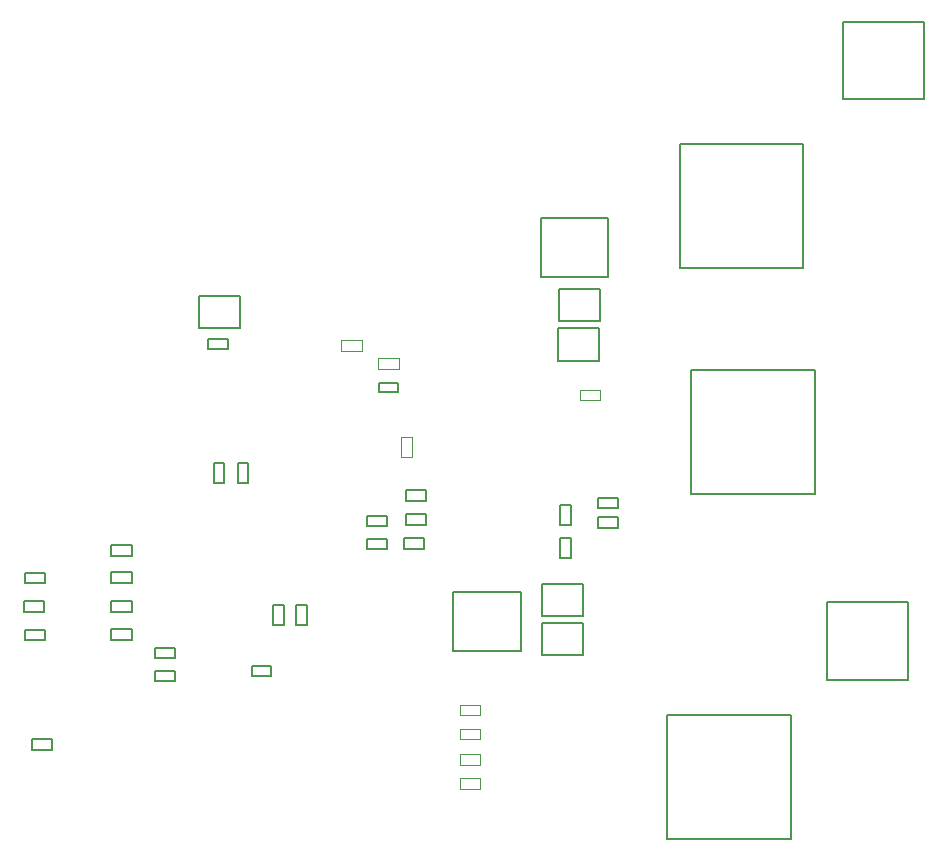
<source format=gbr>
%FSTAX23Y23*%
%MOIN*%
%SFA1B1*%

%IPPOS*%
%ADD14C,0.007870*%
%ADD119C,0.003940*%
%LNpcb_bottom_3d_body-1*%
%LPD*%
G54D14*
X04687Y02656D02*
X04722D01*
X04687D02*
Y02723D01*
X04722*
Y02656D02*
Y02723D01*
X05084Y03513D02*
Y03926D01*
X05497*
Y03513D02*
Y03926D01*
X05084Y03513D02*
X05497D01*
X0319Y02271D02*
Y02308D01*
X03259*
Y02271D02*
Y02308D01*
X0319Y02271D02*
X03259D01*
X02926Y01907D02*
Y01942D01*
X02993*
Y01907D02*
Y01942D01*
X02926Y01907D02*
X02993D01*
X05629Y04075D02*
X059D01*
Y04334*
X05629D02*
X059D01*
X05629Y04075D02*
Y04334D01*
X05576Y02139D02*
X05847D01*
Y02399*
X05576D02*
X05847D01*
X05576Y02139D02*
Y02399D01*
X04171Y02772D02*
X04238D01*
X04171Y02737D02*
Y02772D01*
Y02737D02*
X04238D01*
Y02772*
X04171Y02692D02*
X04238D01*
X04171Y02657D02*
Y02692D01*
Y02657D02*
X04238D01*
Y02692*
X04166Y02612D02*
X04233D01*
X04166Y02577D02*
Y02612D01*
Y02577D02*
X04233D01*
Y02612*
X03481Y03418D02*
X03618D01*
X03481Y03311D02*
Y03418D01*
Y03311D02*
X03618D01*
Y03418*
X04083Y0313D02*
X04146D01*
X04083Y03099D02*
Y0313D01*
Y03099D02*
X04146D01*
Y0313*
X03511Y03277D02*
X03578D01*
X03511Y03242D02*
Y03277D01*
Y03242D02*
X03578D01*
Y03277*
X02901Y02307D02*
X02968D01*
X02901Y02272D02*
Y02307D01*
Y02272D02*
X02968D01*
Y02307*
X02901Y02497D02*
X02968D01*
X02901Y02462D02*
Y02497D01*
Y02462D02*
X02968D01*
Y02497*
X02898Y02402D02*
X02965D01*
X02898Y02367D02*
Y02402D01*
Y02367D02*
X02965D01*
Y02402*
X04043Y02575D02*
X0411D01*
Y0261*
X04043D02*
X0411D01*
X04043Y02575D02*
Y0261D01*
X03647Y02796D02*
Y02863D01*
X03612D02*
X03647D01*
X03612Y02796D02*
Y02863D01*
Y02796D02*
X03647D01*
X03765Y02321D02*
Y02388D01*
X0373D02*
X03765D01*
X0373Y02321D02*
Y02388D01*
Y02321D02*
X03765D01*
X03842D02*
Y02388D01*
X03807D02*
X03842D01*
X03807Y02321D02*
Y02388D01*
Y02321D02*
X03842D01*
X03336Y02247D02*
X03403D01*
X03336Y02212D02*
Y02247D01*
Y02212D02*
X03403D01*
Y02247*
X03567Y02796D02*
Y02863D01*
X03532D02*
X03567D01*
X03532Y02796D02*
Y02863D01*
Y02796D02*
X03567D01*
X04041Y02652D02*
X04108D01*
Y02687*
X04041D02*
X04108D01*
X04041Y02652D02*
Y02687D01*
X03336Y0217D02*
X03403D01*
X03336Y02135D02*
Y0217D01*
Y02135D02*
X03403D01*
Y0217*
X03658Y02185D02*
X03721D01*
X03658Y02154D02*
Y02185D01*
Y02154D02*
X03721D01*
Y02185*
X04811Y02747D02*
X04878D01*
X04811Y02712D02*
Y02747D01*
Y02712D02*
X04878D01*
Y02747*
X04811Y02682D02*
X04878D01*
X04811Y02647D02*
Y02682D01*
Y02647D02*
X04878D01*
Y02682*
X04722Y02546D02*
Y02613D01*
X04687D02*
X04722D01*
X04687Y02546D02*
Y02613D01*
Y02546D02*
X04722D01*
X04678Y03204D02*
X04816D01*
Y03311*
X04678D02*
X04816D01*
X04678Y03204D02*
Y03311D01*
X04626Y02221D02*
X04763D01*
Y02328*
X04626D02*
X04763D01*
X04626Y02221D02*
Y02328D01*
Y02353D02*
X04763D01*
Y0246*
X04626D02*
X04763D01*
X04626Y02353D02*
Y0246D01*
X0433Y02433D02*
X04555D01*
X0433Y02236D02*
Y02433D01*
Y02236D02*
X04555D01*
Y02433*
X04622Y03482D02*
X04847D01*
Y03679*
X04622D02*
X04847D01*
X04622Y03482D02*
Y03679D01*
X04681Y03336D02*
X04818D01*
Y03443*
X04681D02*
X04818D01*
X04681Y03336D02*
Y03443D01*
X0319Y02551D02*
X03259D01*
Y02588*
X0319D02*
X03259D01*
X0319Y02551D02*
Y02588D01*
Y02461D02*
X03259D01*
Y02498*
X0319D02*
X03259D01*
X0319Y02461D02*
Y02498D01*
Y02366D02*
X03259D01*
Y02403*
X0319D02*
X03259D01*
X0319Y02366D02*
Y02403D01*
X05043Y01608D02*
X05456D01*
Y02021*
X05043D02*
X05456D01*
X05043Y01608D02*
Y02021D01*
X05123Y02758D02*
X05536D01*
Y03171*
X05123D02*
X05536D01*
X05123Y02758D02*
Y03171D01*
G54D119*
X03955Y03236D02*
Y03273D01*
X04024Y03236D02*
Y03273D01*
X03955Y03236D02*
X04024D01*
X03955Y03273D02*
X04024D01*
X04751Y03072D02*
Y03107D01*
X04818Y03072D02*
Y03107D01*
X04751Y03072D02*
X04818D01*
X04751Y03107D02*
X04818D01*
X04351Y02057D02*
X04418D01*
X04351Y02022D02*
X04418D01*
Y02057*
X04351Y02022D02*
Y02057D01*
Y01977D02*
X04418D01*
X04351Y01942D02*
X04418D01*
Y01977*
X04351Y01942D02*
Y01977D01*
Y01812D02*
X04418D01*
X04351Y01777D02*
X04418D01*
Y01812*
X04351Y01777D02*
Y01812D01*
Y01892D02*
X04418D01*
X04351Y01857D02*
X04418D01*
Y01892*
X04351Y01857D02*
Y01892D01*
X04157Y02881D02*
X04192D01*
X04157Y02948D02*
X04192D01*
Y02881D02*
Y02948D01*
X04157Y02881D02*
Y02948D01*
X0408Y03176D02*
X04149D01*
X0408Y03213D02*
X04149D01*
X0408Y03176D02*
Y03213D01*
X04149Y03176D02*
Y03213D01*
M02*
</source>
